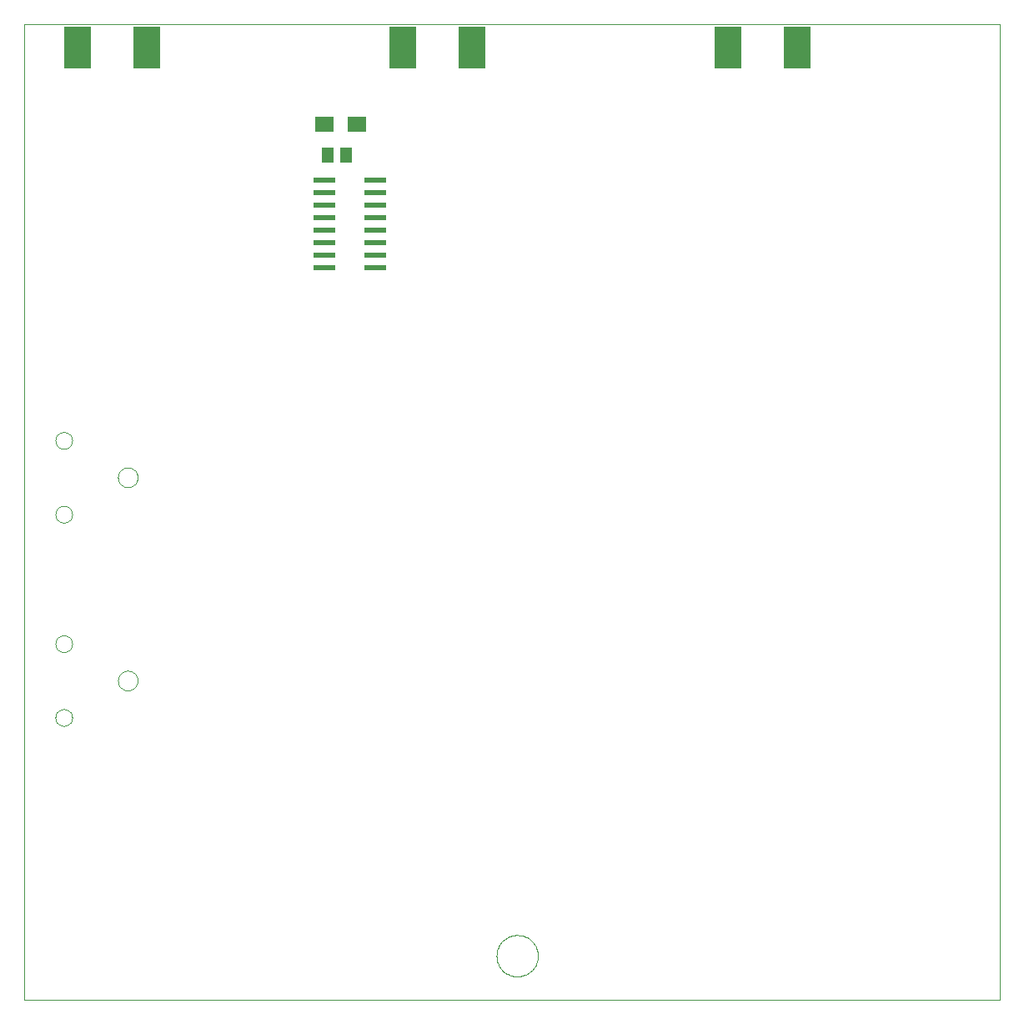
<source format=gbp>
G75*
%MOIN*%
%OFA0B0*%
%FSLAX24Y24*%
%IPPOS*%
%LPD*%
%AMOC8*
5,1,8,0,0,1.08239X$1,22.5*
%
%ADD10C,0.0000*%
%ADD11R,0.0866X0.0236*%
%ADD12R,0.0748X0.0630*%
%ADD13R,0.1050X0.1650*%
%ADD14R,0.0512X0.0591*%
D10*
X003644Y000150D02*
X003644Y039150D01*
X042644Y039150D01*
X042644Y000150D01*
X003644Y000150D01*
X004884Y011424D02*
X004886Y011460D01*
X004892Y011496D01*
X004902Y011531D01*
X004915Y011565D01*
X004932Y011597D01*
X004952Y011627D01*
X004976Y011654D01*
X005002Y011679D01*
X005031Y011701D01*
X005062Y011720D01*
X005095Y011735D01*
X005129Y011747D01*
X005165Y011755D01*
X005201Y011759D01*
X005237Y011759D01*
X005273Y011755D01*
X005309Y011747D01*
X005343Y011735D01*
X005376Y011720D01*
X005407Y011701D01*
X005436Y011679D01*
X005462Y011654D01*
X005486Y011627D01*
X005506Y011597D01*
X005523Y011565D01*
X005536Y011531D01*
X005546Y011496D01*
X005552Y011460D01*
X005554Y011424D01*
X005552Y011388D01*
X005546Y011352D01*
X005536Y011317D01*
X005523Y011283D01*
X005506Y011251D01*
X005486Y011221D01*
X005462Y011194D01*
X005436Y011169D01*
X005407Y011147D01*
X005376Y011128D01*
X005343Y011113D01*
X005309Y011101D01*
X005273Y011093D01*
X005237Y011089D01*
X005201Y011089D01*
X005165Y011093D01*
X005129Y011101D01*
X005095Y011113D01*
X005062Y011128D01*
X005031Y011147D01*
X005002Y011169D01*
X004976Y011194D01*
X004952Y011221D01*
X004932Y011251D01*
X004915Y011283D01*
X004902Y011317D01*
X004892Y011352D01*
X004886Y011388D01*
X004884Y011424D01*
X007384Y012900D02*
X007386Y012939D01*
X007392Y012978D01*
X007402Y013016D01*
X007415Y013053D01*
X007432Y013088D01*
X007452Y013122D01*
X007476Y013153D01*
X007503Y013182D01*
X007532Y013208D01*
X007564Y013231D01*
X007598Y013251D01*
X007634Y013267D01*
X007671Y013279D01*
X007710Y013288D01*
X007749Y013293D01*
X007788Y013294D01*
X007827Y013291D01*
X007866Y013284D01*
X007903Y013273D01*
X007940Y013259D01*
X007975Y013241D01*
X008008Y013220D01*
X008039Y013195D01*
X008067Y013168D01*
X008092Y013138D01*
X008114Y013105D01*
X008133Y013071D01*
X008148Y013035D01*
X008160Y012997D01*
X008168Y012959D01*
X008172Y012920D01*
X008172Y012880D01*
X008168Y012841D01*
X008160Y012803D01*
X008148Y012765D01*
X008133Y012729D01*
X008114Y012695D01*
X008092Y012662D01*
X008067Y012632D01*
X008039Y012605D01*
X008008Y012580D01*
X007975Y012559D01*
X007940Y012541D01*
X007903Y012527D01*
X007866Y012516D01*
X007827Y012509D01*
X007788Y012506D01*
X007749Y012507D01*
X007710Y012512D01*
X007671Y012521D01*
X007634Y012533D01*
X007598Y012549D01*
X007564Y012569D01*
X007532Y012592D01*
X007503Y012618D01*
X007476Y012647D01*
X007452Y012678D01*
X007432Y012712D01*
X007415Y012747D01*
X007402Y012784D01*
X007392Y012822D01*
X007386Y012861D01*
X007384Y012900D01*
X004884Y014376D02*
X004886Y014412D01*
X004892Y014448D01*
X004902Y014483D01*
X004915Y014517D01*
X004932Y014549D01*
X004952Y014579D01*
X004976Y014606D01*
X005002Y014631D01*
X005031Y014653D01*
X005062Y014672D01*
X005095Y014687D01*
X005129Y014699D01*
X005165Y014707D01*
X005201Y014711D01*
X005237Y014711D01*
X005273Y014707D01*
X005309Y014699D01*
X005343Y014687D01*
X005376Y014672D01*
X005407Y014653D01*
X005436Y014631D01*
X005462Y014606D01*
X005486Y014579D01*
X005506Y014549D01*
X005523Y014517D01*
X005536Y014483D01*
X005546Y014448D01*
X005552Y014412D01*
X005554Y014376D01*
X005552Y014340D01*
X005546Y014304D01*
X005536Y014269D01*
X005523Y014235D01*
X005506Y014203D01*
X005486Y014173D01*
X005462Y014146D01*
X005436Y014121D01*
X005407Y014099D01*
X005376Y014080D01*
X005343Y014065D01*
X005309Y014053D01*
X005273Y014045D01*
X005237Y014041D01*
X005201Y014041D01*
X005165Y014045D01*
X005129Y014053D01*
X005095Y014065D01*
X005062Y014080D01*
X005031Y014099D01*
X005002Y014121D01*
X004976Y014146D01*
X004952Y014173D01*
X004932Y014203D01*
X004915Y014235D01*
X004902Y014269D01*
X004892Y014304D01*
X004886Y014340D01*
X004884Y014376D01*
X004884Y019549D02*
X004886Y019585D01*
X004892Y019621D01*
X004902Y019656D01*
X004915Y019690D01*
X004932Y019722D01*
X004952Y019752D01*
X004976Y019779D01*
X005002Y019804D01*
X005031Y019826D01*
X005062Y019845D01*
X005095Y019860D01*
X005129Y019872D01*
X005165Y019880D01*
X005201Y019884D01*
X005237Y019884D01*
X005273Y019880D01*
X005309Y019872D01*
X005343Y019860D01*
X005376Y019845D01*
X005407Y019826D01*
X005436Y019804D01*
X005462Y019779D01*
X005486Y019752D01*
X005506Y019722D01*
X005523Y019690D01*
X005536Y019656D01*
X005546Y019621D01*
X005552Y019585D01*
X005554Y019549D01*
X005552Y019513D01*
X005546Y019477D01*
X005536Y019442D01*
X005523Y019408D01*
X005506Y019376D01*
X005486Y019346D01*
X005462Y019319D01*
X005436Y019294D01*
X005407Y019272D01*
X005376Y019253D01*
X005343Y019238D01*
X005309Y019226D01*
X005273Y019218D01*
X005237Y019214D01*
X005201Y019214D01*
X005165Y019218D01*
X005129Y019226D01*
X005095Y019238D01*
X005062Y019253D01*
X005031Y019272D01*
X005002Y019294D01*
X004976Y019319D01*
X004952Y019346D01*
X004932Y019376D01*
X004915Y019408D01*
X004902Y019442D01*
X004892Y019477D01*
X004886Y019513D01*
X004884Y019549D01*
X007384Y021025D02*
X007386Y021064D01*
X007392Y021103D01*
X007402Y021141D01*
X007415Y021178D01*
X007432Y021213D01*
X007452Y021247D01*
X007476Y021278D01*
X007503Y021307D01*
X007532Y021333D01*
X007564Y021356D01*
X007598Y021376D01*
X007634Y021392D01*
X007671Y021404D01*
X007710Y021413D01*
X007749Y021418D01*
X007788Y021419D01*
X007827Y021416D01*
X007866Y021409D01*
X007903Y021398D01*
X007940Y021384D01*
X007975Y021366D01*
X008008Y021345D01*
X008039Y021320D01*
X008067Y021293D01*
X008092Y021263D01*
X008114Y021230D01*
X008133Y021196D01*
X008148Y021160D01*
X008160Y021122D01*
X008168Y021084D01*
X008172Y021045D01*
X008172Y021005D01*
X008168Y020966D01*
X008160Y020928D01*
X008148Y020890D01*
X008133Y020854D01*
X008114Y020820D01*
X008092Y020787D01*
X008067Y020757D01*
X008039Y020730D01*
X008008Y020705D01*
X007975Y020684D01*
X007940Y020666D01*
X007903Y020652D01*
X007866Y020641D01*
X007827Y020634D01*
X007788Y020631D01*
X007749Y020632D01*
X007710Y020637D01*
X007671Y020646D01*
X007634Y020658D01*
X007598Y020674D01*
X007564Y020694D01*
X007532Y020717D01*
X007503Y020743D01*
X007476Y020772D01*
X007452Y020803D01*
X007432Y020837D01*
X007415Y020872D01*
X007402Y020909D01*
X007392Y020947D01*
X007386Y020986D01*
X007384Y021025D01*
X004884Y022501D02*
X004886Y022537D01*
X004892Y022573D01*
X004902Y022608D01*
X004915Y022642D01*
X004932Y022674D01*
X004952Y022704D01*
X004976Y022731D01*
X005002Y022756D01*
X005031Y022778D01*
X005062Y022797D01*
X005095Y022812D01*
X005129Y022824D01*
X005165Y022832D01*
X005201Y022836D01*
X005237Y022836D01*
X005273Y022832D01*
X005309Y022824D01*
X005343Y022812D01*
X005376Y022797D01*
X005407Y022778D01*
X005436Y022756D01*
X005462Y022731D01*
X005486Y022704D01*
X005506Y022674D01*
X005523Y022642D01*
X005536Y022608D01*
X005546Y022573D01*
X005552Y022537D01*
X005554Y022501D01*
X005552Y022465D01*
X005546Y022429D01*
X005536Y022394D01*
X005523Y022360D01*
X005506Y022328D01*
X005486Y022298D01*
X005462Y022271D01*
X005436Y022246D01*
X005407Y022224D01*
X005376Y022205D01*
X005343Y022190D01*
X005309Y022178D01*
X005273Y022170D01*
X005237Y022166D01*
X005201Y022166D01*
X005165Y022170D01*
X005129Y022178D01*
X005095Y022190D01*
X005062Y022205D01*
X005031Y022224D01*
X005002Y022246D01*
X004976Y022271D01*
X004952Y022298D01*
X004932Y022328D01*
X004915Y022360D01*
X004902Y022394D01*
X004892Y022429D01*
X004886Y022465D01*
X004884Y022501D01*
X022517Y001900D02*
X022519Y001957D01*
X022525Y002014D01*
X022535Y002070D01*
X022548Y002126D01*
X022566Y002180D01*
X022587Y002233D01*
X022612Y002284D01*
X022640Y002334D01*
X022672Y002381D01*
X022706Y002427D01*
X022744Y002469D01*
X022785Y002509D01*
X022828Y002547D01*
X022874Y002581D01*
X022922Y002611D01*
X022972Y002639D01*
X023024Y002663D01*
X023078Y002683D01*
X023132Y002699D01*
X023188Y002712D01*
X023244Y002721D01*
X023301Y002726D01*
X023358Y002727D01*
X023415Y002724D01*
X023472Y002717D01*
X023528Y002706D01*
X023583Y002692D01*
X023637Y002673D01*
X023690Y002651D01*
X023741Y002626D01*
X023790Y002596D01*
X023837Y002564D01*
X023882Y002528D01*
X023924Y002490D01*
X023963Y002448D01*
X023999Y002404D01*
X024033Y002358D01*
X024063Y002309D01*
X024089Y002259D01*
X024112Y002207D01*
X024131Y002153D01*
X024147Y002098D01*
X024159Y002042D01*
X024167Y001985D01*
X024171Y001929D01*
X024171Y001871D01*
X024167Y001815D01*
X024159Y001758D01*
X024147Y001702D01*
X024131Y001647D01*
X024112Y001593D01*
X024089Y001541D01*
X024063Y001491D01*
X024033Y001442D01*
X023999Y001396D01*
X023963Y001352D01*
X023924Y001310D01*
X023882Y001272D01*
X023837Y001236D01*
X023790Y001204D01*
X023741Y001174D01*
X023690Y001149D01*
X023637Y001127D01*
X023583Y001108D01*
X023528Y001094D01*
X023472Y001083D01*
X023415Y001076D01*
X023358Y001073D01*
X023301Y001074D01*
X023244Y001079D01*
X023188Y001088D01*
X023132Y001101D01*
X023078Y001117D01*
X023024Y001137D01*
X022972Y001161D01*
X022922Y001189D01*
X022874Y001219D01*
X022828Y001253D01*
X022785Y001291D01*
X022744Y001331D01*
X022706Y001373D01*
X022672Y001419D01*
X022640Y001466D01*
X022612Y001516D01*
X022587Y001567D01*
X022566Y001620D01*
X022548Y001674D01*
X022535Y001730D01*
X022525Y001786D01*
X022519Y001843D01*
X022517Y001900D01*
D11*
X017668Y029400D03*
X017668Y029900D03*
X017668Y030400D03*
X017668Y030900D03*
X017668Y031400D03*
X017668Y031900D03*
X017668Y032400D03*
X017668Y032900D03*
X015620Y032900D03*
X015620Y032400D03*
X015620Y031900D03*
X015620Y031400D03*
X015620Y030900D03*
X015620Y030400D03*
X015620Y029900D03*
X015620Y029400D03*
D12*
X015619Y035150D03*
X016919Y035150D03*
D13*
X018768Y038222D03*
X021520Y038222D03*
X031768Y038222D03*
X034520Y038222D03*
X008520Y038222D03*
X005768Y038222D03*
D14*
X015770Y033900D03*
X016518Y033900D03*
M02*

</source>
